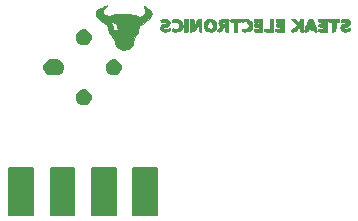
<source format=gbs>
G04 #@! TF.GenerationSoftware,KiCad,Pcbnew,5.0.0-rc2*
G04 #@! TF.CreationDate,2019-07-02T00:23:35-04:00*
G04 #@! TF.ProjectId,gassensorholder,67617373656E736F72686F6C6465722E,rev?*
G04 #@! TF.SameCoordinates,Original*
G04 #@! TF.FileFunction,Soldermask,Bot*
G04 #@! TF.FilePolarity,Negative*
%FSLAX46Y46*%
G04 Gerber Fmt 4.6, Leading zero omitted, Abs format (unit mm)*
G04 Created by KiCad (PCBNEW 5.0.0-rc2) date Tue Jul  2 00:23:35 2019*
%MOMM*%
%LPD*%
G01*
G04 APERTURE LIST*
%ADD10C,0.150000*%
%ADD11C,0.010000*%
%ADD12C,0.100000*%
G04 APERTURE END LIST*
D10*
G36*
X122250000Y-74500000D02*
X122250000Y-77500000D01*
X122250000Y-78500000D01*
X120250000Y-78500000D01*
X120250000Y-74500000D01*
X122250000Y-74500000D01*
G37*
X122250000Y-74500000D02*
X122250000Y-77500000D01*
X122250000Y-78500000D01*
X120250000Y-78500000D01*
X120250000Y-74500000D01*
X122250000Y-74500000D01*
G36*
X118750000Y-74500000D02*
X118750000Y-77500000D01*
X118750000Y-78500000D01*
X116750000Y-78500000D01*
X116750000Y-74500000D01*
X118750000Y-74500000D01*
G37*
X118750000Y-74500000D02*
X118750000Y-77500000D01*
X118750000Y-78500000D01*
X116750000Y-78500000D01*
X116750000Y-74500000D01*
X118750000Y-74500000D01*
G36*
X111750000Y-74500000D02*
X111750000Y-77500000D01*
X111750000Y-78500000D01*
X109750000Y-78500000D01*
X109750000Y-74500000D01*
X111750000Y-74500000D01*
G37*
X111750000Y-74500000D02*
X111750000Y-77500000D01*
X111750000Y-78500000D01*
X109750000Y-78500000D01*
X109750000Y-74500000D01*
X111750000Y-74500000D01*
G36*
X115250000Y-74500000D02*
X115250000Y-77500000D01*
X115250000Y-78500000D01*
X113250000Y-78500000D01*
X113250000Y-74500000D01*
X115250000Y-74500000D01*
G37*
X115250000Y-74500000D02*
X115250000Y-77500000D01*
X115250000Y-78500000D01*
X113250000Y-78500000D01*
X113250000Y-74500000D01*
X115250000Y-74500000D01*
D11*
G04 #@! TO.C,G\002A\002A\002A*
G36*
X122698543Y-61935065D02*
X122584363Y-61972149D01*
X122541089Y-62039057D01*
X122543948Y-62089716D01*
X122590236Y-62155496D01*
X122652401Y-62156683D01*
X122836404Y-62132325D01*
X122967903Y-62147661D01*
X123031311Y-62200570D01*
X123033451Y-62208549D01*
X123017586Y-62268801D01*
X122929959Y-62307811D01*
X122884114Y-62317674D01*
X122686666Y-62383692D01*
X122555849Y-62487398D01*
X122498213Y-62615920D01*
X122520306Y-62756381D01*
X122602446Y-62871372D01*
X122748709Y-62956541D01*
X122959364Y-62981897D01*
X123216454Y-62952136D01*
X123294472Y-62912784D01*
X123319931Y-62818767D01*
X123320364Y-62796169D01*
X123320364Y-62660215D01*
X123147718Y-62732351D01*
X122995521Y-62775729D01*
X122869160Y-62775974D01*
X122789705Y-62736419D01*
X122774903Y-62673367D01*
X122831353Y-62608537D01*
X122961646Y-62560581D01*
X122971929Y-62558366D01*
X123170164Y-62488336D01*
X123285982Y-62377402D01*
X123320364Y-62238661D01*
X123282989Y-62080224D01*
X123171370Y-61976251D01*
X122986269Y-61927304D01*
X122893182Y-61923253D01*
X122698543Y-61935065D01*
X122698543Y-61935065D01*
G37*
X122698543Y-61935065D02*
X122584363Y-61972149D01*
X122541089Y-62039057D01*
X122543948Y-62089716D01*
X122590236Y-62155496D01*
X122652401Y-62156683D01*
X122836404Y-62132325D01*
X122967903Y-62147661D01*
X123031311Y-62200570D01*
X123033451Y-62208549D01*
X123017586Y-62268801D01*
X122929959Y-62307811D01*
X122884114Y-62317674D01*
X122686666Y-62383692D01*
X122555849Y-62487398D01*
X122498213Y-62615920D01*
X122520306Y-62756381D01*
X122602446Y-62871372D01*
X122748709Y-62956541D01*
X122959364Y-62981897D01*
X123216454Y-62952136D01*
X123294472Y-62912784D01*
X123319931Y-62818767D01*
X123320364Y-62796169D01*
X123320364Y-62660215D01*
X123147718Y-62732351D01*
X122995521Y-62775729D01*
X122869160Y-62775974D01*
X122789705Y-62736419D01*
X122774903Y-62673367D01*
X122831353Y-62608537D01*
X122961646Y-62560581D01*
X122971929Y-62558366D01*
X123170164Y-62488336D01*
X123285982Y-62377402D01*
X123320364Y-62238661D01*
X123282989Y-62080224D01*
X123171370Y-61976251D01*
X122986269Y-61927304D01*
X122893182Y-61923253D01*
X122698543Y-61935065D01*
G36*
X123690714Y-61930271D02*
X123574931Y-61958269D01*
X123518467Y-62013772D01*
X123505091Y-62092235D01*
X123517081Y-62172521D01*
X123570685Y-62181389D01*
X123609000Y-62169596D01*
X123808314Y-62132199D01*
X123963499Y-62168897D01*
X124065493Y-62274407D01*
X124105236Y-62443444D01*
X124105454Y-62459165D01*
X124070023Y-62613829D01*
X123978397Y-62727135D01*
X123852576Y-62783169D01*
X123714560Y-62766014D01*
X123694599Y-62756377D01*
X123579983Y-62711812D01*
X123520293Y-62736039D01*
X123505091Y-62817705D01*
X123539564Y-62918285D01*
X123609000Y-62955620D01*
X123800357Y-62981872D01*
X123998852Y-62970245D01*
X124151636Y-62925955D01*
X124246216Y-62847651D01*
X124335639Y-62725676D01*
X124352672Y-62693719D01*
X124412601Y-62476798D01*
X124382716Y-62266480D01*
X124265309Y-62076270D01*
X124244156Y-62054143D01*
X124142278Y-61970177D01*
X124031791Y-61931465D01*
X123881875Y-61922546D01*
X123690714Y-61930271D01*
X123690714Y-61930271D01*
G37*
X123690714Y-61930271D02*
X123574931Y-61958269D01*
X123518467Y-62013772D01*
X123505091Y-62092235D01*
X123517081Y-62172521D01*
X123570685Y-62181389D01*
X123609000Y-62169596D01*
X123808314Y-62132199D01*
X123963499Y-62168897D01*
X124065493Y-62274407D01*
X124105236Y-62443444D01*
X124105454Y-62459165D01*
X124070023Y-62613829D01*
X123978397Y-62727135D01*
X123852576Y-62783169D01*
X123714560Y-62766014D01*
X123694599Y-62756377D01*
X123579983Y-62711812D01*
X123520293Y-62736039D01*
X123505091Y-62817705D01*
X123539564Y-62918285D01*
X123609000Y-62955620D01*
X123800357Y-62981872D01*
X123998852Y-62970245D01*
X124151636Y-62925955D01*
X124246216Y-62847651D01*
X124335639Y-62725676D01*
X124352672Y-62693719D01*
X124412601Y-62476798D01*
X124382716Y-62266480D01*
X124265309Y-62076270D01*
X124244156Y-62054143D01*
X124142278Y-61970177D01*
X124031791Y-61931465D01*
X123881875Y-61922546D01*
X123690714Y-61930271D01*
G36*
X124567273Y-62984728D02*
X124698121Y-62984728D01*
X124799370Y-62978715D01*
X124848212Y-62965671D01*
X124854721Y-62914609D01*
X124857653Y-62790727D01*
X124856833Y-62613506D01*
X124853028Y-62434580D01*
X124838602Y-61922546D01*
X124567273Y-61922546D01*
X124567273Y-62984728D01*
X124567273Y-62984728D01*
G37*
X124567273Y-62984728D02*
X124698121Y-62984728D01*
X124799370Y-62978715D01*
X124848212Y-62965671D01*
X124854721Y-62914609D01*
X124857653Y-62790727D01*
X124856833Y-62613506D01*
X124853028Y-62434580D01*
X124838602Y-61922546D01*
X124567273Y-61922546D01*
X124567273Y-62984728D01*
G36*
X125767528Y-61929293D02*
X125705743Y-61961184D01*
X125645322Y-62035695D01*
X125568607Y-62170298D01*
X125536604Y-62231080D01*
X125375454Y-62539614D01*
X125361799Y-62231080D01*
X125352981Y-62067130D01*
X125338139Y-61974855D01*
X125307251Y-61933654D01*
X125250295Y-61922923D01*
X125211708Y-61922546D01*
X125075273Y-61922546D01*
X125075273Y-62990303D01*
X125241061Y-62975970D01*
X125328624Y-62962146D01*
X125394783Y-62926707D01*
X125457684Y-62851643D01*
X125535475Y-62718947D01*
X125575880Y-62643717D01*
X125744909Y-62325798D01*
X125758478Y-62655263D01*
X125767403Y-62826239D01*
X125781678Y-62924773D01*
X125808972Y-62970757D01*
X125856951Y-62984084D01*
X125885478Y-62984728D01*
X125998909Y-62984728D01*
X125998909Y-61922546D01*
X125848331Y-61922546D01*
X125767528Y-61929293D01*
X125767528Y-61929293D01*
G37*
X125767528Y-61929293D02*
X125705743Y-61961184D01*
X125645322Y-62035695D01*
X125568607Y-62170298D01*
X125536604Y-62231080D01*
X125375454Y-62539614D01*
X125361799Y-62231080D01*
X125352981Y-62067130D01*
X125338139Y-61974855D01*
X125307251Y-61933654D01*
X125250295Y-61922923D01*
X125211708Y-61922546D01*
X125075273Y-61922546D01*
X125075273Y-62990303D01*
X125241061Y-62975970D01*
X125328624Y-62962146D01*
X125394783Y-62926707D01*
X125457684Y-62851643D01*
X125535475Y-62718947D01*
X125575880Y-62643717D01*
X125744909Y-62325798D01*
X125758478Y-62655263D01*
X125767403Y-62826239D01*
X125781678Y-62924773D01*
X125808972Y-62970757D01*
X125856951Y-62984084D01*
X125885478Y-62984728D01*
X125998909Y-62984728D01*
X125998909Y-61922546D01*
X125848331Y-61922546D01*
X125767528Y-61929293D01*
G36*
X126571561Y-61929752D02*
X126463295Y-61958818D01*
X126375762Y-62020915D01*
X126352692Y-62043176D01*
X126243373Y-62207053D01*
X126195324Y-62400489D01*
X126206869Y-62597731D01*
X126276331Y-62773026D01*
X126402035Y-62900618D01*
X126408753Y-62904687D01*
X126579938Y-62964530D01*
X126785792Y-62979192D01*
X126979030Y-62946085D01*
X127003072Y-62937215D01*
X127137149Y-62837998D01*
X127233093Y-62680801D01*
X127280828Y-62495642D01*
X127277120Y-62431288D01*
X126972344Y-62431288D01*
X126949093Y-62597551D01*
X126919477Y-62667188D01*
X126836685Y-62739186D01*
X126721015Y-62750245D01*
X126604406Y-62705225D01*
X126518797Y-62608989D01*
X126517332Y-62605974D01*
X126480994Y-62437792D01*
X126523751Y-62280384D01*
X126628036Y-62168583D01*
X126715742Y-62122832D01*
X126788437Y-62133801D01*
X126853273Y-62172299D01*
X126938947Y-62278646D01*
X126972344Y-62431288D01*
X127277120Y-62431288D01*
X127270277Y-62312538D01*
X127240047Y-62231237D01*
X127131695Y-62061168D01*
X127007084Y-61965289D01*
X126837843Y-61926223D01*
X126736066Y-61922546D01*
X126571561Y-61929752D01*
X126571561Y-61929752D01*
G37*
X126571561Y-61929752D02*
X126463295Y-61958818D01*
X126375762Y-62020915D01*
X126352692Y-62043176D01*
X126243373Y-62207053D01*
X126195324Y-62400489D01*
X126206869Y-62597731D01*
X126276331Y-62773026D01*
X126402035Y-62900618D01*
X126408753Y-62904687D01*
X126579938Y-62964530D01*
X126785792Y-62979192D01*
X126979030Y-62946085D01*
X127003072Y-62937215D01*
X127137149Y-62837998D01*
X127233093Y-62680801D01*
X127280828Y-62495642D01*
X127277120Y-62431288D01*
X126972344Y-62431288D01*
X126949093Y-62597551D01*
X126919477Y-62667188D01*
X126836685Y-62739186D01*
X126721015Y-62750245D01*
X126604406Y-62705225D01*
X126518797Y-62608989D01*
X126517332Y-62605974D01*
X126480994Y-62437792D01*
X126523751Y-62280384D01*
X126628036Y-62168583D01*
X126715742Y-62122832D01*
X126788437Y-62133801D01*
X126853273Y-62172299D01*
X126938947Y-62278646D01*
X126972344Y-62431288D01*
X127277120Y-62431288D01*
X127270277Y-62312538D01*
X127240047Y-62231237D01*
X127131695Y-62061168D01*
X127007084Y-61965289D01*
X126837843Y-61926223D01*
X126736066Y-61922546D01*
X126571561Y-61929752D01*
G36*
X127768356Y-61925909D02*
X127659910Y-61941302D01*
X127589384Y-61976682D01*
X127529598Y-62040005D01*
X127526261Y-62044228D01*
X127460183Y-62144040D01*
X127430653Y-62219896D01*
X127430545Y-62222728D01*
X127457174Y-62295804D01*
X127521720Y-62395391D01*
X127526261Y-62401227D01*
X127578441Y-62481825D01*
X127582411Y-62521920D01*
X127577529Y-62522910D01*
X127539347Y-62560144D01*
X127480034Y-62651928D01*
X127415910Y-62768379D01*
X127363295Y-62879617D01*
X127338511Y-62955761D01*
X127338182Y-62961133D01*
X127378736Y-62976959D01*
X127477994Y-62984600D01*
X127494215Y-62984728D01*
X127611062Y-62969429D01*
X127678984Y-62905473D01*
X127709266Y-62842249D01*
X127788143Y-62694976D01*
X127875958Y-62597168D01*
X127941844Y-62569091D01*
X127967420Y-62610375D01*
X127982761Y-62714824D01*
X127984727Y-62776910D01*
X127988743Y-62904700D01*
X128011932Y-62965226D01*
X128071005Y-62983553D01*
X128123273Y-62984728D01*
X128261818Y-62984728D01*
X128261818Y-62268910D01*
X127984727Y-62268910D01*
X127957176Y-62361632D01*
X127889422Y-62380512D01*
X127803818Y-62319664D01*
X127801679Y-62317114D01*
X127769180Y-62230383D01*
X127816469Y-62169286D01*
X127895089Y-62153455D01*
X127965795Y-62181991D01*
X127984727Y-62268910D01*
X128261818Y-62268910D01*
X128261818Y-61922546D01*
X127941897Y-61922546D01*
X127768356Y-61925909D01*
X127768356Y-61925909D01*
G37*
X127768356Y-61925909D02*
X127659910Y-61941302D01*
X127589384Y-61976682D01*
X127529598Y-62040005D01*
X127526261Y-62044228D01*
X127460183Y-62144040D01*
X127430653Y-62219896D01*
X127430545Y-62222728D01*
X127457174Y-62295804D01*
X127521720Y-62395391D01*
X127526261Y-62401227D01*
X127578441Y-62481825D01*
X127582411Y-62521920D01*
X127577529Y-62522910D01*
X127539347Y-62560144D01*
X127480034Y-62651928D01*
X127415910Y-62768379D01*
X127363295Y-62879617D01*
X127338511Y-62955761D01*
X127338182Y-62961133D01*
X127378736Y-62976959D01*
X127477994Y-62984600D01*
X127494215Y-62984728D01*
X127611062Y-62969429D01*
X127678984Y-62905473D01*
X127709266Y-62842249D01*
X127788143Y-62694976D01*
X127875958Y-62597168D01*
X127941844Y-62569091D01*
X127967420Y-62610375D01*
X127982761Y-62714824D01*
X127984727Y-62776910D01*
X127988743Y-62904700D01*
X128011932Y-62965226D01*
X128071005Y-62983553D01*
X128123273Y-62984728D01*
X128261818Y-62984728D01*
X128261818Y-62268910D01*
X127984727Y-62268910D01*
X127957176Y-62361632D01*
X127889422Y-62380512D01*
X127803818Y-62319664D01*
X127801679Y-62317114D01*
X127769180Y-62230383D01*
X127816469Y-62169286D01*
X127895089Y-62153455D01*
X127965795Y-62181991D01*
X127984727Y-62268910D01*
X128261818Y-62268910D01*
X128261818Y-61922546D01*
X127941897Y-61922546D01*
X127768356Y-61925909D01*
G36*
X128873727Y-61932529D02*
X128654203Y-61939533D01*
X128510931Y-61948938D01*
X128427807Y-61964165D01*
X128388726Y-61988636D01*
X128377581Y-62025772D01*
X128377273Y-62038000D01*
X128397147Y-62102498D01*
X128472228Y-62134930D01*
X128550454Y-62144697D01*
X128723636Y-62159031D01*
X128723636Y-62984728D01*
X129000727Y-62984728D01*
X129000727Y-62153455D01*
X129185454Y-62153455D01*
X129304409Y-62147222D01*
X129357284Y-62117536D01*
X129370100Y-62047912D01*
X129370182Y-62036438D01*
X129370182Y-61919421D01*
X128873727Y-61932529D01*
X128873727Y-61932529D01*
G37*
X128873727Y-61932529D02*
X128654203Y-61939533D01*
X128510931Y-61948938D01*
X128427807Y-61964165D01*
X128388726Y-61988636D01*
X128377581Y-62025772D01*
X128377273Y-62038000D01*
X128397147Y-62102498D01*
X128472228Y-62134930D01*
X128550454Y-62144697D01*
X128723636Y-62159031D01*
X128723636Y-62984728D01*
X129000727Y-62984728D01*
X129000727Y-62153455D01*
X129185454Y-62153455D01*
X129304409Y-62147222D01*
X129357284Y-62117536D01*
X129370100Y-62047912D01*
X129370182Y-62036438D01*
X129370182Y-61919421D01*
X128873727Y-61932529D01*
G36*
X129721044Y-61932071D02*
X129565643Y-61942010D01*
X129479789Y-61960287D01*
X129440712Y-61998171D01*
X129425641Y-62066935D01*
X129424228Y-62078990D01*
X129422816Y-62170416D01*
X129456418Y-62191372D01*
X129486246Y-62182702D01*
X129647903Y-62130486D01*
X129759734Y-62126705D01*
X129852226Y-62174180D01*
X129904109Y-62221366D01*
X129987273Y-62325265D01*
X130007266Y-62427243D01*
X129998658Y-62491334D01*
X129933075Y-62662007D01*
X129817800Y-62754994D01*
X129653751Y-62769871D01*
X129489927Y-62725984D01*
X129434013Y-62727426D01*
X129416474Y-62802056D01*
X129416364Y-62813209D01*
X129442506Y-62911574D01*
X129489413Y-62956696D01*
X129643821Y-62983462D01*
X129831054Y-62973238D01*
X130001117Y-62929918D01*
X130035445Y-62914188D01*
X130176757Y-62818930D01*
X130256555Y-62699833D01*
X130289223Y-62530209D01*
X130292349Y-62437529D01*
X130286323Y-62282645D01*
X130256117Y-62180515D01*
X130187011Y-62092015D01*
X130148225Y-62054508D01*
X130057227Y-61978272D01*
X129971457Y-61939474D01*
X129856129Y-61928145D01*
X129721044Y-61932071D01*
X129721044Y-61932071D01*
G37*
X129721044Y-61932071D02*
X129565643Y-61942010D01*
X129479789Y-61960287D01*
X129440712Y-61998171D01*
X129425641Y-62066935D01*
X129424228Y-62078990D01*
X129422816Y-62170416D01*
X129456418Y-62191372D01*
X129486246Y-62182702D01*
X129647903Y-62130486D01*
X129759734Y-62126705D01*
X129852226Y-62174180D01*
X129904109Y-62221366D01*
X129987273Y-62325265D01*
X130007266Y-62427243D01*
X129998658Y-62491334D01*
X129933075Y-62662007D01*
X129817800Y-62754994D01*
X129653751Y-62769871D01*
X129489927Y-62725984D01*
X129434013Y-62727426D01*
X129416474Y-62802056D01*
X129416364Y-62813209D01*
X129442506Y-62911574D01*
X129489413Y-62956696D01*
X129643821Y-62983462D01*
X129831054Y-62973238D01*
X130001117Y-62929918D01*
X130035445Y-62914188D01*
X130176757Y-62818930D01*
X130256555Y-62699833D01*
X130289223Y-62530209D01*
X130292349Y-62437529D01*
X130286323Y-62282645D01*
X130256117Y-62180515D01*
X130187011Y-62092015D01*
X130148225Y-62054508D01*
X130057227Y-61978272D01*
X129971457Y-61939474D01*
X129856129Y-61928145D01*
X129721044Y-61932071D01*
G36*
X130618584Y-61923776D02*
X130508867Y-61931393D01*
X130453822Y-61951286D01*
X130434605Y-61989343D01*
X130432364Y-62038000D01*
X130439850Y-62106522D01*
X130478057Y-62140705D01*
X130570603Y-62152361D01*
X130663273Y-62153455D01*
X130803716Y-62159221D01*
X130873535Y-62181509D01*
X130894025Y-62227803D01*
X130894182Y-62234606D01*
X130879299Y-62284199D01*
X130819544Y-62303546D01*
X130692252Y-62299691D01*
X130686364Y-62299228D01*
X130558835Y-62292369D01*
X130498326Y-62308882D01*
X130479850Y-62363998D01*
X130478545Y-62425896D01*
X130484192Y-62513924D01*
X130517858Y-62555614D01*
X130604637Y-62568256D01*
X130686364Y-62569091D01*
X130816233Y-62575135D01*
X130877645Y-62600229D01*
X130894102Y-62654820D01*
X130894182Y-62661455D01*
X130882025Y-62716855D01*
X130830423Y-62744485D01*
X130716682Y-62753423D01*
X130663273Y-62753819D01*
X130526230Y-62757562D01*
X130457863Y-62776665D01*
X130434551Y-62822939D01*
X130432364Y-62869273D01*
X130436301Y-62926534D01*
X130460675Y-62960820D01*
X130524332Y-62978022D01*
X130646116Y-62984027D01*
X130801818Y-62984728D01*
X131171273Y-62984728D01*
X131171273Y-61922546D01*
X130801818Y-61922546D01*
X130618584Y-61923776D01*
X130618584Y-61923776D01*
G37*
X130618584Y-61923776D02*
X130508867Y-61931393D01*
X130453822Y-61951286D01*
X130434605Y-61989343D01*
X130432364Y-62038000D01*
X130439850Y-62106522D01*
X130478057Y-62140705D01*
X130570603Y-62152361D01*
X130663273Y-62153455D01*
X130803716Y-62159221D01*
X130873535Y-62181509D01*
X130894025Y-62227803D01*
X130894182Y-62234606D01*
X130879299Y-62284199D01*
X130819544Y-62303546D01*
X130692252Y-62299691D01*
X130686364Y-62299228D01*
X130558835Y-62292369D01*
X130498326Y-62308882D01*
X130479850Y-62363998D01*
X130478545Y-62425896D01*
X130484192Y-62513924D01*
X130517858Y-62555614D01*
X130604637Y-62568256D01*
X130686364Y-62569091D01*
X130816233Y-62575135D01*
X130877645Y-62600229D01*
X130894102Y-62654820D01*
X130894182Y-62661455D01*
X130882025Y-62716855D01*
X130830423Y-62744485D01*
X130716682Y-62753423D01*
X130663273Y-62753819D01*
X130526230Y-62757562D01*
X130457863Y-62776665D01*
X130434551Y-62822939D01*
X130432364Y-62869273D01*
X130436301Y-62926534D01*
X130460675Y-62960820D01*
X130524332Y-62978022D01*
X130646116Y-62984027D01*
X130801818Y-62984728D01*
X131171273Y-62984728D01*
X131171273Y-61922546D01*
X130801818Y-61922546D01*
X130618584Y-61923776D01*
G36*
X131771636Y-62753819D02*
X131540727Y-62753819D01*
X131403685Y-62757562D01*
X131335318Y-62776665D01*
X131312006Y-62822939D01*
X131309818Y-62869273D01*
X131313422Y-62925182D01*
X131336426Y-62959303D01*
X131397115Y-62977015D01*
X131513778Y-62983697D01*
X131702364Y-62984728D01*
X132094909Y-62984728D01*
X132094909Y-61922546D01*
X131771636Y-61922546D01*
X131771636Y-62753819D01*
X131771636Y-62753819D01*
G37*
X131771636Y-62753819D02*
X131540727Y-62753819D01*
X131403685Y-62757562D01*
X131335318Y-62776665D01*
X131312006Y-62822939D01*
X131309818Y-62869273D01*
X131313422Y-62925182D01*
X131336426Y-62959303D01*
X131397115Y-62977015D01*
X131513778Y-62983697D01*
X131702364Y-62984728D01*
X132094909Y-62984728D01*
X132094909Y-61922546D01*
X131771636Y-61922546D01*
X131771636Y-62753819D01*
G36*
X132465857Y-61923776D02*
X132356140Y-61931393D01*
X132301095Y-61951286D01*
X132281878Y-61989343D01*
X132279636Y-62038000D01*
X132288250Y-62109245D01*
X132330589Y-62143000D01*
X132431401Y-62153014D01*
X132487454Y-62153455D01*
X132624430Y-62162521D01*
X132686823Y-62193346D01*
X132695273Y-62222728D01*
X132664769Y-62270895D01*
X132563653Y-62290743D01*
X132510545Y-62292000D01*
X132392097Y-62297471D01*
X132339441Y-62327119D01*
X132326110Y-62400796D01*
X132325818Y-62430546D01*
X132333113Y-62519382D01*
X132372643Y-62558874D01*
X132470879Y-62568873D01*
X132510545Y-62569091D01*
X132631401Y-62576837D01*
X132684814Y-62608143D01*
X132695273Y-62661455D01*
X132683116Y-62716855D01*
X132631514Y-62744485D01*
X132517773Y-62753423D01*
X132464364Y-62753819D01*
X132327321Y-62757562D01*
X132258954Y-62776665D01*
X132235642Y-62822939D01*
X132233454Y-62869273D01*
X132237059Y-62925182D01*
X132260062Y-62959303D01*
X132320752Y-62977015D01*
X132437414Y-62983697D01*
X132626000Y-62984728D01*
X133018545Y-62984728D01*
X133018545Y-61922546D01*
X132649091Y-61922546D01*
X132465857Y-61923776D01*
X132465857Y-61923776D01*
G37*
X132465857Y-61923776D02*
X132356140Y-61931393D01*
X132301095Y-61951286D01*
X132281878Y-61989343D01*
X132279636Y-62038000D01*
X132288250Y-62109245D01*
X132330589Y-62143000D01*
X132431401Y-62153014D01*
X132487454Y-62153455D01*
X132624430Y-62162521D01*
X132686823Y-62193346D01*
X132695273Y-62222728D01*
X132664769Y-62270895D01*
X132563653Y-62290743D01*
X132510545Y-62292000D01*
X132392097Y-62297471D01*
X132339441Y-62327119D01*
X132326110Y-62400796D01*
X132325818Y-62430546D01*
X132333113Y-62519382D01*
X132372643Y-62558874D01*
X132470879Y-62568873D01*
X132510545Y-62569091D01*
X132631401Y-62576837D01*
X132684814Y-62608143D01*
X132695273Y-62661455D01*
X132683116Y-62716855D01*
X132631514Y-62744485D01*
X132517773Y-62753423D01*
X132464364Y-62753819D01*
X132327321Y-62757562D01*
X132258954Y-62776665D01*
X132235642Y-62822939D01*
X132233454Y-62869273D01*
X132237059Y-62925182D01*
X132260062Y-62959303D01*
X132320752Y-62977015D01*
X132437414Y-62983697D01*
X132626000Y-62984728D01*
X133018545Y-62984728D01*
X133018545Y-61922546D01*
X132649091Y-61922546D01*
X132465857Y-61923776D01*
G36*
X134362818Y-61932127D02*
X134320769Y-61978917D01*
X134303359Y-62089989D01*
X134302879Y-62095728D01*
X134288545Y-62268910D01*
X134127229Y-62095728D01*
X134009451Y-61985251D01*
X133904336Y-61933896D01*
X133792411Y-61922546D01*
X133680898Y-61928688D01*
X133621771Y-61943917D01*
X133618909Y-61948635D01*
X133649545Y-61991515D01*
X133729973Y-62079208D01*
X133842972Y-62192966D01*
X133846265Y-62196176D01*
X134073621Y-62417628D01*
X133823174Y-62664964D01*
X133703451Y-62787635D01*
X133614891Y-62886826D01*
X133573818Y-62944056D01*
X133572727Y-62948514D01*
X133613519Y-62971898D01*
X133714534Y-62984183D01*
X133744161Y-62984728D01*
X133861062Y-62970913D01*
X133966692Y-62918523D01*
X134092261Y-62811141D01*
X134113616Y-62790385D01*
X134311636Y-62596042D01*
X134311636Y-62790385D01*
X134316429Y-62912781D01*
X134343098Y-62968743D01*
X134410085Y-62984135D01*
X134450182Y-62984728D01*
X134588727Y-62984728D01*
X134588727Y-61922546D01*
X134452970Y-61922546D01*
X134362818Y-61932127D01*
X134362818Y-61932127D01*
G37*
X134362818Y-61932127D02*
X134320769Y-61978917D01*
X134303359Y-62089989D01*
X134302879Y-62095728D01*
X134288545Y-62268910D01*
X134127229Y-62095728D01*
X134009451Y-61985251D01*
X133904336Y-61933896D01*
X133792411Y-61922546D01*
X133680898Y-61928688D01*
X133621771Y-61943917D01*
X133618909Y-61948635D01*
X133649545Y-61991515D01*
X133729973Y-62079208D01*
X133842972Y-62192966D01*
X133846265Y-62196176D01*
X134073621Y-62417628D01*
X133823174Y-62664964D01*
X133703451Y-62787635D01*
X133614891Y-62886826D01*
X133573818Y-62944056D01*
X133572727Y-62948514D01*
X133613519Y-62971898D01*
X133714534Y-62984183D01*
X133744161Y-62984728D01*
X133861062Y-62970913D01*
X133966692Y-62918523D01*
X134092261Y-62811141D01*
X134113616Y-62790385D01*
X134311636Y-62596042D01*
X134311636Y-62790385D01*
X134316429Y-62912781D01*
X134343098Y-62968743D01*
X134410085Y-62984135D01*
X134450182Y-62984728D01*
X134588727Y-62984728D01*
X134588727Y-61922546D01*
X134452970Y-61922546D01*
X134362818Y-61932127D01*
G36*
X135114312Y-61933493D02*
X135048339Y-61979709D01*
X135014597Y-62049546D01*
X134973248Y-62161690D01*
X134914759Y-62321233D01*
X134866390Y-62453637D01*
X134805891Y-62618062D01*
X134752245Y-62761364D01*
X134723214Y-62836810D01*
X134689122Y-62933702D01*
X134704260Y-62975072D01*
X134786869Y-62984562D01*
X134837341Y-62984728D01*
X134955890Y-62968661D01*
X135011413Y-62911916D01*
X135017745Y-62892364D01*
X135053580Y-62831257D01*
X135135756Y-62804401D01*
X135235273Y-62800000D01*
X135365687Y-62809484D01*
X135431302Y-62845380D01*
X135452801Y-62892364D01*
X135497656Y-62959958D01*
X135599940Y-62984007D01*
X135633204Y-62984728D01*
X135737961Y-62980578D01*
X135788597Y-62970419D01*
X135789454Y-62968744D01*
X135785193Y-62951579D01*
X135769891Y-62905763D01*
X135739771Y-62820832D01*
X135691056Y-62686322D01*
X135619968Y-62491769D01*
X135612634Y-62471776D01*
X135320627Y-62471776D01*
X135307453Y-62545162D01*
X135230332Y-62569091D01*
X135159963Y-62549819D01*
X135161059Y-62496041D01*
X135187589Y-62383132D01*
X135190560Y-62345951D01*
X135199238Y-62299014D01*
X135233637Y-62325139D01*
X135259832Y-62358554D01*
X135320627Y-62471776D01*
X135612634Y-62471776D01*
X135522730Y-62226710D01*
X135457640Y-62049546D01*
X135411142Y-61963773D01*
X135334787Y-61928260D01*
X135236358Y-61922546D01*
X135114312Y-61933493D01*
X135114312Y-61933493D01*
G37*
X135114312Y-61933493D02*
X135048339Y-61979709D01*
X135014597Y-62049546D01*
X134973248Y-62161690D01*
X134914759Y-62321233D01*
X134866390Y-62453637D01*
X134805891Y-62618062D01*
X134752245Y-62761364D01*
X134723214Y-62836810D01*
X134689122Y-62933702D01*
X134704260Y-62975072D01*
X134786869Y-62984562D01*
X134837341Y-62984728D01*
X134955890Y-62968661D01*
X135011413Y-62911916D01*
X135017745Y-62892364D01*
X135053580Y-62831257D01*
X135135756Y-62804401D01*
X135235273Y-62800000D01*
X135365687Y-62809484D01*
X135431302Y-62845380D01*
X135452801Y-62892364D01*
X135497656Y-62959958D01*
X135599940Y-62984007D01*
X135633204Y-62984728D01*
X135737961Y-62980578D01*
X135788597Y-62970419D01*
X135789454Y-62968744D01*
X135785193Y-62951579D01*
X135769891Y-62905763D01*
X135739771Y-62820832D01*
X135691056Y-62686322D01*
X135619968Y-62491769D01*
X135612634Y-62471776D01*
X135320627Y-62471776D01*
X135307453Y-62545162D01*
X135230332Y-62569091D01*
X135159963Y-62549819D01*
X135161059Y-62496041D01*
X135187589Y-62383132D01*
X135190560Y-62345951D01*
X135199238Y-62299014D01*
X135233637Y-62325139D01*
X135259832Y-62358554D01*
X135320627Y-62471776D01*
X135612634Y-62471776D01*
X135522730Y-62226710D01*
X135457640Y-62049546D01*
X135411142Y-61963773D01*
X135334787Y-61928260D01*
X135236358Y-61922546D01*
X135114312Y-61933493D01*
G36*
X136068038Y-61923776D02*
X135958321Y-61931393D01*
X135903277Y-61951286D01*
X135884060Y-61989343D01*
X135881818Y-62038000D01*
X135890432Y-62109245D01*
X135932771Y-62143000D01*
X136033583Y-62153014D01*
X136089636Y-62153455D01*
X136228573Y-62163211D01*
X136290780Y-62195440D01*
X136297454Y-62220072D01*
X136256912Y-62270565D01*
X136132030Y-62298245D01*
X136101182Y-62300891D01*
X135977009Y-62316150D01*
X135920030Y-62348967D01*
X135905082Y-62415963D01*
X135904909Y-62430546D01*
X135915577Y-62504361D01*
X135964357Y-62541407D01*
X136076413Y-62558307D01*
X136101182Y-62560201D01*
X136228413Y-62577669D01*
X136286129Y-62613526D01*
X136297454Y-62664110D01*
X136284471Y-62718050D01*
X136230546Y-62744942D01*
X136113214Y-62753513D01*
X136066545Y-62753819D01*
X135929503Y-62757562D01*
X135861136Y-62776665D01*
X135837824Y-62822939D01*
X135835636Y-62869273D01*
X135839240Y-62925182D01*
X135862244Y-62959303D01*
X135922934Y-62977015D01*
X136039596Y-62983697D01*
X136228182Y-62984728D01*
X136620727Y-62984728D01*
X136620727Y-61922546D01*
X136251273Y-61922546D01*
X136068038Y-61923776D01*
X136068038Y-61923776D01*
G37*
X136068038Y-61923776D02*
X135958321Y-61931393D01*
X135903277Y-61951286D01*
X135884060Y-61989343D01*
X135881818Y-62038000D01*
X135890432Y-62109245D01*
X135932771Y-62143000D01*
X136033583Y-62153014D01*
X136089636Y-62153455D01*
X136228573Y-62163211D01*
X136290780Y-62195440D01*
X136297454Y-62220072D01*
X136256912Y-62270565D01*
X136132030Y-62298245D01*
X136101182Y-62300891D01*
X135977009Y-62316150D01*
X135920030Y-62348967D01*
X135905082Y-62415963D01*
X135904909Y-62430546D01*
X135915577Y-62504361D01*
X135964357Y-62541407D01*
X136076413Y-62558307D01*
X136101182Y-62560201D01*
X136228413Y-62577669D01*
X136286129Y-62613526D01*
X136297454Y-62664110D01*
X136284471Y-62718050D01*
X136230546Y-62744942D01*
X136113214Y-62753513D01*
X136066545Y-62753819D01*
X135929503Y-62757562D01*
X135861136Y-62776665D01*
X135837824Y-62822939D01*
X135835636Y-62869273D01*
X135839240Y-62925182D01*
X135862244Y-62959303D01*
X135922934Y-62977015D01*
X136039596Y-62983697D01*
X136228182Y-62984728D01*
X136620727Y-62984728D01*
X136620727Y-61922546D01*
X136251273Y-61922546D01*
X136068038Y-61923776D01*
G36*
X136713091Y-62038000D02*
X136725167Y-62116078D01*
X136779512Y-62148041D01*
X136874727Y-62153455D01*
X137036364Y-62153455D01*
X137036364Y-62984728D01*
X137167212Y-62984728D01*
X137272980Y-62974837D01*
X137328848Y-62953940D01*
X137343000Y-62896444D01*
X137353721Y-62770356D01*
X137359250Y-62599433D01*
X137359636Y-62538303D01*
X137359636Y-62153455D01*
X137521273Y-62153455D01*
X137630581Y-62144829D01*
X137675329Y-62106012D01*
X137682909Y-62038000D01*
X137682909Y-61922546D01*
X136713091Y-61922546D01*
X136713091Y-62038000D01*
X136713091Y-62038000D01*
G37*
X136713091Y-62038000D02*
X136725167Y-62116078D01*
X136779512Y-62148041D01*
X136874727Y-62153455D01*
X137036364Y-62153455D01*
X137036364Y-62984728D01*
X137167212Y-62984728D01*
X137272980Y-62974837D01*
X137328848Y-62953940D01*
X137343000Y-62896444D01*
X137353721Y-62770356D01*
X137359250Y-62599433D01*
X137359636Y-62538303D01*
X137359636Y-62153455D01*
X137521273Y-62153455D01*
X137630581Y-62144829D01*
X137675329Y-62106012D01*
X137682909Y-62038000D01*
X137682909Y-61922546D01*
X136713091Y-61922546D01*
X136713091Y-62038000D01*
G36*
X137958204Y-61924146D02*
X137869402Y-61935246D01*
X137830900Y-61965291D01*
X137821665Y-62023730D01*
X137821454Y-62055900D01*
X137827054Y-62136138D01*
X137860106Y-62174322D01*
X137944997Y-62184570D01*
X138040818Y-62182900D01*
X138191114Y-62189239D01*
X138270402Y-62214024D01*
X138272315Y-62249945D01*
X138190488Y-62289691D01*
X138144727Y-62302230D01*
X137958829Y-62355635D01*
X137847109Y-62415746D01*
X137791886Y-62498897D01*
X137775479Y-62621423D01*
X137775273Y-62643549D01*
X137789305Y-62790266D01*
X137839912Y-62881237D01*
X137877912Y-62912836D01*
X137993007Y-62956154D01*
X138160897Y-62977716D01*
X138344041Y-62975024D01*
X138479545Y-62952893D01*
X138545694Y-62891002D01*
X138560364Y-62797757D01*
X138552816Y-62705866D01*
X138512668Y-62686399D01*
X138441903Y-62708780D01*
X138303375Y-62742947D01*
X138184516Y-62753819D01*
X138084165Y-62731177D01*
X138056094Y-62678123D01*
X138096743Y-62616960D01*
X138202550Y-62569992D01*
X138214279Y-62567401D01*
X138398525Y-62514845D01*
X138506519Y-62441089D01*
X138554143Y-62331454D01*
X138560364Y-62247492D01*
X138543297Y-62093657D01*
X138482561Y-61995326D01*
X138363853Y-61941984D01*
X138172869Y-61923115D01*
X138118338Y-61922546D01*
X137958204Y-61924146D01*
X137958204Y-61924146D01*
G37*
X137958204Y-61924146D02*
X137869402Y-61935246D01*
X137830900Y-61965291D01*
X137821665Y-62023730D01*
X137821454Y-62055900D01*
X137827054Y-62136138D01*
X137860106Y-62174322D01*
X137944997Y-62184570D01*
X138040818Y-62182900D01*
X138191114Y-62189239D01*
X138270402Y-62214024D01*
X138272315Y-62249945D01*
X138190488Y-62289691D01*
X138144727Y-62302230D01*
X137958829Y-62355635D01*
X137847109Y-62415746D01*
X137791886Y-62498897D01*
X137775479Y-62621423D01*
X137775273Y-62643549D01*
X137789305Y-62790266D01*
X137839912Y-62881237D01*
X137877912Y-62912836D01*
X137993007Y-62956154D01*
X138160897Y-62977716D01*
X138344041Y-62975024D01*
X138479545Y-62952893D01*
X138545694Y-62891002D01*
X138560364Y-62797757D01*
X138552816Y-62705866D01*
X138512668Y-62686399D01*
X138441903Y-62708780D01*
X138303375Y-62742947D01*
X138184516Y-62753819D01*
X138084165Y-62731177D01*
X138056094Y-62678123D01*
X138096743Y-62616960D01*
X138202550Y-62569992D01*
X138214279Y-62567401D01*
X138398525Y-62514845D01*
X138506519Y-62441089D01*
X138554143Y-62331454D01*
X138560364Y-62247492D01*
X138543297Y-62093657D01*
X138482561Y-61995326D01*
X138363853Y-61941984D01*
X138172869Y-61923115D01*
X138118338Y-61922546D01*
X137958204Y-61924146D01*
G36*
X118000814Y-60739617D02*
X117892004Y-60799627D01*
X117794199Y-60860364D01*
X117662067Y-60937225D01*
X117554610Y-60987533D01*
X117511088Y-60998910D01*
X117427517Y-61026948D01*
X117309351Y-61096534D01*
X117189216Y-61185873D01*
X117099738Y-61273168D01*
X117098832Y-61274305D01*
X117058570Y-61369250D01*
X117041105Y-61496579D01*
X117084128Y-61647203D01*
X117215624Y-61822651D01*
X117435218Y-62022519D01*
X117741659Y-62245819D01*
X117895180Y-62351266D01*
X117991374Y-62431979D01*
X118049595Y-62514707D01*
X118089198Y-62626202D01*
X118125700Y-62776636D01*
X118190053Y-62997163D01*
X118281245Y-63188594D01*
X118417501Y-63385068D01*
X118512050Y-63500369D01*
X118582759Y-63618906D01*
X118647980Y-63784225D01*
X118691883Y-63951324D01*
X118701486Y-64038916D01*
X118742721Y-64161944D01*
X118849392Y-64288404D01*
X118998162Y-64396225D01*
X119144548Y-64457935D01*
X119413497Y-64503110D01*
X119666055Y-64476024D01*
X119787454Y-64439319D01*
X119968081Y-64348155D01*
X120098903Y-64211694D01*
X120192865Y-64012761D01*
X120241401Y-63837037D01*
X120337536Y-63545982D01*
X120479137Y-63277361D01*
X120481638Y-63273579D01*
X120554303Y-63146897D01*
X119137686Y-63146897D01*
X119087772Y-63154169D01*
X119002364Y-63156246D01*
X118892842Y-63153312D01*
X118852809Y-63145080D01*
X118874729Y-63136946D01*
X119001425Y-63128630D01*
X119105638Y-63136316D01*
X119137686Y-63146897D01*
X120554303Y-63146897D01*
X120596628Y-63073111D01*
X120602706Y-63054533D01*
X119045322Y-63054533D01*
X118995408Y-63061805D01*
X118910000Y-63063883D01*
X118800479Y-63060948D01*
X118760446Y-63052717D01*
X118782365Y-63044582D01*
X118909061Y-63036267D01*
X119013274Y-63043952D01*
X119045322Y-63054533D01*
X120602706Y-63054533D01*
X120632924Y-62962169D01*
X118952958Y-62962169D01*
X118903044Y-62969442D01*
X118817636Y-62971519D01*
X118708115Y-62968584D01*
X118668082Y-62960353D01*
X118690001Y-62952219D01*
X118816697Y-62943903D01*
X118920910Y-62951588D01*
X118952958Y-62962169D01*
X120632924Y-62962169D01*
X120657906Y-62885810D01*
X120663240Y-62848908D01*
X118979273Y-62848908D01*
X118939650Y-62878960D01*
X118843095Y-62891197D01*
X118723084Y-62886728D01*
X118613087Y-62866663D01*
X118548792Y-62834637D01*
X118510023Y-62753508D01*
X118482505Y-62625220D01*
X118478999Y-62592182D01*
X118452097Y-62443838D01*
X118405878Y-62318589D01*
X118397116Y-62303546D01*
X118360576Y-62238260D01*
X118374352Y-62208356D01*
X118455344Y-62200026D01*
X118524299Y-62199637D01*
X118710850Y-62225203D01*
X118826960Y-62307168D01*
X118880792Y-62453429D01*
X118886909Y-62550433D01*
X118896808Y-62678651D01*
X118921637Y-62763630D01*
X118933091Y-62776910D01*
X118977511Y-62835951D01*
X118979273Y-62848908D01*
X120663240Y-62848908D01*
X120676303Y-62758548D01*
X120693960Y-62609680D01*
X120724971Y-62521278D01*
X120790241Y-62461753D01*
X120910678Y-62399517D01*
X120915436Y-62397243D01*
X121136485Y-62268868D01*
X121347921Y-62105587D01*
X121534579Y-61923606D01*
X121681297Y-61739130D01*
X121772911Y-61568364D01*
X121796364Y-61455766D01*
X121782428Y-61379422D01*
X121731645Y-61299183D01*
X121630550Y-61198863D01*
X121475556Y-61070149D01*
X121298343Y-60932709D01*
X121177717Y-60847704D01*
X121117272Y-60817067D01*
X121120601Y-60842726D01*
X121174666Y-60908487D01*
X121233785Y-61032466D01*
X121248824Y-61199547D01*
X121220109Y-61371842D01*
X121169732Y-61482186D01*
X121082998Y-61569179D01*
X120956056Y-61650951D01*
X120929168Y-61663920D01*
X120816253Y-61708771D01*
X120727544Y-61717285D01*
X120618713Y-61689517D01*
X120549184Y-61664387D01*
X120369118Y-61606056D01*
X120169818Y-61553658D01*
X120110727Y-61540851D01*
X119934924Y-61516509D01*
X119711278Y-61501472D01*
X119458281Y-61495176D01*
X119194422Y-61497057D01*
X118938192Y-61506550D01*
X118708082Y-61523090D01*
X118522581Y-61546112D01*
X118400180Y-61575051D01*
X118365551Y-61594159D01*
X118267905Y-61637287D01*
X118122350Y-61645380D01*
X117965248Y-61621207D01*
X117832961Y-61567538D01*
X117810594Y-61551887D01*
X117696670Y-61435069D01*
X117656700Y-61313464D01*
X117692400Y-61175595D01*
X117805487Y-61009984D01*
X117908833Y-60895000D01*
X118007058Y-60786648D01*
X118038442Y-60735073D01*
X118000814Y-60739617D01*
X118000814Y-60739617D01*
G37*
X118000814Y-60739617D02*
X117892004Y-60799627D01*
X117794199Y-60860364D01*
X117662067Y-60937225D01*
X117554610Y-60987533D01*
X117511088Y-60998910D01*
X117427517Y-61026948D01*
X117309351Y-61096534D01*
X117189216Y-61185873D01*
X117099738Y-61273168D01*
X117098832Y-61274305D01*
X117058570Y-61369250D01*
X117041105Y-61496579D01*
X117084128Y-61647203D01*
X117215624Y-61822651D01*
X117435218Y-62022519D01*
X117741659Y-62245819D01*
X117895180Y-62351266D01*
X117991374Y-62431979D01*
X118049595Y-62514707D01*
X118089198Y-62626202D01*
X118125700Y-62776636D01*
X118190053Y-62997163D01*
X118281245Y-63188594D01*
X118417501Y-63385068D01*
X118512050Y-63500369D01*
X118582759Y-63618906D01*
X118647980Y-63784225D01*
X118691883Y-63951324D01*
X118701486Y-64038916D01*
X118742721Y-64161944D01*
X118849392Y-64288404D01*
X118998162Y-64396225D01*
X119144548Y-64457935D01*
X119413497Y-64503110D01*
X119666055Y-64476024D01*
X119787454Y-64439319D01*
X119968081Y-64348155D01*
X120098903Y-64211694D01*
X120192865Y-64012761D01*
X120241401Y-63837037D01*
X120337536Y-63545982D01*
X120479137Y-63277361D01*
X120481638Y-63273579D01*
X120554303Y-63146897D01*
X119137686Y-63146897D01*
X119087772Y-63154169D01*
X119002364Y-63156246D01*
X118892842Y-63153312D01*
X118852809Y-63145080D01*
X118874729Y-63136946D01*
X119001425Y-63128630D01*
X119105638Y-63136316D01*
X119137686Y-63146897D01*
X120554303Y-63146897D01*
X120596628Y-63073111D01*
X120602706Y-63054533D01*
X119045322Y-63054533D01*
X118995408Y-63061805D01*
X118910000Y-63063883D01*
X118800479Y-63060948D01*
X118760446Y-63052717D01*
X118782365Y-63044582D01*
X118909061Y-63036267D01*
X119013274Y-63043952D01*
X119045322Y-63054533D01*
X120602706Y-63054533D01*
X120632924Y-62962169D01*
X118952958Y-62962169D01*
X118903044Y-62969442D01*
X118817636Y-62971519D01*
X118708115Y-62968584D01*
X118668082Y-62960353D01*
X118690001Y-62952219D01*
X118816697Y-62943903D01*
X118920910Y-62951588D01*
X118952958Y-62962169D01*
X120632924Y-62962169D01*
X120657906Y-62885810D01*
X120663240Y-62848908D01*
X118979273Y-62848908D01*
X118939650Y-62878960D01*
X118843095Y-62891197D01*
X118723084Y-62886728D01*
X118613087Y-62866663D01*
X118548792Y-62834637D01*
X118510023Y-62753508D01*
X118482505Y-62625220D01*
X118478999Y-62592182D01*
X118452097Y-62443838D01*
X118405878Y-62318589D01*
X118397116Y-62303546D01*
X118360576Y-62238260D01*
X118374352Y-62208356D01*
X118455344Y-62200026D01*
X118524299Y-62199637D01*
X118710850Y-62225203D01*
X118826960Y-62307168D01*
X118880792Y-62453429D01*
X118886909Y-62550433D01*
X118896808Y-62678651D01*
X118921637Y-62763630D01*
X118933091Y-62776910D01*
X118977511Y-62835951D01*
X118979273Y-62848908D01*
X120663240Y-62848908D01*
X120676303Y-62758548D01*
X120693960Y-62609680D01*
X120724971Y-62521278D01*
X120790241Y-62461753D01*
X120910678Y-62399517D01*
X120915436Y-62397243D01*
X121136485Y-62268868D01*
X121347921Y-62105587D01*
X121534579Y-61923606D01*
X121681297Y-61739130D01*
X121772911Y-61568364D01*
X121796364Y-61455766D01*
X121782428Y-61379422D01*
X121731645Y-61299183D01*
X121630550Y-61198863D01*
X121475556Y-61070149D01*
X121298343Y-60932709D01*
X121177717Y-60847704D01*
X121117272Y-60817067D01*
X121120601Y-60842726D01*
X121174666Y-60908487D01*
X121233785Y-61032466D01*
X121248824Y-61199547D01*
X121220109Y-61371842D01*
X121169732Y-61482186D01*
X121082998Y-61569179D01*
X120956056Y-61650951D01*
X120929168Y-61663920D01*
X120816253Y-61708771D01*
X120727544Y-61717285D01*
X120618713Y-61689517D01*
X120549184Y-61664387D01*
X120369118Y-61606056D01*
X120169818Y-61553658D01*
X120110727Y-61540851D01*
X119934924Y-61516509D01*
X119711278Y-61501472D01*
X119458281Y-61495176D01*
X119194422Y-61497057D01*
X118938192Y-61506550D01*
X118708082Y-61523090D01*
X118522581Y-61546112D01*
X118400180Y-61575051D01*
X118365551Y-61594159D01*
X118267905Y-61637287D01*
X118122350Y-61645380D01*
X117965248Y-61621207D01*
X117832961Y-61567538D01*
X117810594Y-61551887D01*
X117696670Y-61435069D01*
X117656700Y-61313464D01*
X117692400Y-61175595D01*
X117805487Y-61009984D01*
X117908833Y-60895000D01*
X118007058Y-60786648D01*
X118038442Y-60735073D01*
X118000814Y-60739617D01*
D12*
G36*
X116172555Y-67873584D02*
X116300022Y-67912250D01*
X116417495Y-67975041D01*
X116520459Y-68059541D01*
X116604959Y-68162505D01*
X116667750Y-68279978D01*
X116706416Y-68407445D01*
X116719472Y-68540000D01*
X116706416Y-68672555D01*
X116667750Y-68800022D01*
X116604959Y-68917495D01*
X116520459Y-69020459D01*
X116417495Y-69104959D01*
X116300022Y-69167750D01*
X116172555Y-69206416D01*
X116073216Y-69216200D01*
X116006784Y-69216200D01*
X115907445Y-69206416D01*
X115779978Y-69167750D01*
X115662505Y-69104959D01*
X115559541Y-69020459D01*
X115475041Y-68917495D01*
X115412250Y-68800022D01*
X115373584Y-68672555D01*
X115360528Y-68540000D01*
X115373584Y-68407445D01*
X115412250Y-68279978D01*
X115475041Y-68162505D01*
X115559541Y-68059541D01*
X115662505Y-67975041D01*
X115779978Y-67912250D01*
X115907445Y-67873584D01*
X116006784Y-67863800D01*
X116073216Y-67863800D01*
X116172555Y-67873584D01*
X116172555Y-67873584D01*
G37*
G36*
X118712555Y-65333584D02*
X118840022Y-65372250D01*
X118957495Y-65435041D01*
X119060459Y-65519541D01*
X119144959Y-65622505D01*
X119207750Y-65739978D01*
X119246416Y-65867445D01*
X119259472Y-66000000D01*
X119246416Y-66132555D01*
X119207750Y-66260022D01*
X119144959Y-66377495D01*
X119060459Y-66480459D01*
X118957495Y-66564959D01*
X118840022Y-66627750D01*
X118712555Y-66666416D01*
X118613216Y-66676200D01*
X118546784Y-66676200D01*
X118447445Y-66666416D01*
X118319978Y-66627750D01*
X118202505Y-66564959D01*
X118099541Y-66480459D01*
X118015041Y-66377495D01*
X117952250Y-66260022D01*
X117913584Y-66132555D01*
X117900528Y-66000000D01*
X117913584Y-65867445D01*
X117952250Y-65739978D01*
X118015041Y-65622505D01*
X118099541Y-65519541D01*
X118202505Y-65435041D01*
X118319978Y-65372250D01*
X118447445Y-65333584D01*
X118546784Y-65323800D01*
X118613216Y-65323800D01*
X118712555Y-65333584D01*
X118712555Y-65333584D01*
G37*
G36*
X113832555Y-65333584D02*
X113960022Y-65372250D01*
X114077495Y-65435041D01*
X114180459Y-65519541D01*
X114264959Y-65622505D01*
X114327750Y-65739978D01*
X114366416Y-65867445D01*
X114379472Y-66000000D01*
X114366416Y-66132555D01*
X114327750Y-66260022D01*
X114264959Y-66377495D01*
X114180459Y-66480459D01*
X114077495Y-66564959D01*
X113960022Y-66627750D01*
X113832555Y-66666416D01*
X113733216Y-66676200D01*
X113266784Y-66676200D01*
X113167445Y-66666416D01*
X113039978Y-66627750D01*
X112922505Y-66564959D01*
X112819541Y-66480459D01*
X112735041Y-66377495D01*
X112672250Y-66260022D01*
X112633584Y-66132555D01*
X112620528Y-66000000D01*
X112633584Y-65867445D01*
X112672250Y-65739978D01*
X112735041Y-65622505D01*
X112819541Y-65519541D01*
X112922505Y-65435041D01*
X113039978Y-65372250D01*
X113167445Y-65333584D01*
X113266784Y-65323800D01*
X113733216Y-65323800D01*
X113832555Y-65333584D01*
X113832555Y-65333584D01*
G37*
G36*
X116172555Y-62793584D02*
X116300022Y-62832250D01*
X116417495Y-62895041D01*
X116520459Y-62979541D01*
X116604959Y-63082505D01*
X116667750Y-63199978D01*
X116706416Y-63327445D01*
X116719472Y-63460000D01*
X116706416Y-63592555D01*
X116667750Y-63720022D01*
X116604959Y-63837495D01*
X116520459Y-63940459D01*
X116417495Y-64024959D01*
X116300022Y-64087750D01*
X116172555Y-64126416D01*
X116073216Y-64136200D01*
X116006784Y-64136200D01*
X115907445Y-64126416D01*
X115779978Y-64087750D01*
X115662505Y-64024959D01*
X115559541Y-63940459D01*
X115475041Y-63837495D01*
X115412250Y-63720022D01*
X115373584Y-63592555D01*
X115360528Y-63460000D01*
X115373584Y-63327445D01*
X115412250Y-63199978D01*
X115475041Y-63082505D01*
X115559541Y-62979541D01*
X115662505Y-62895041D01*
X115779978Y-62832250D01*
X115907445Y-62793584D01*
X116006784Y-62783800D01*
X116073216Y-62783800D01*
X116172555Y-62793584D01*
X116172555Y-62793584D01*
G37*
M02*

</source>
